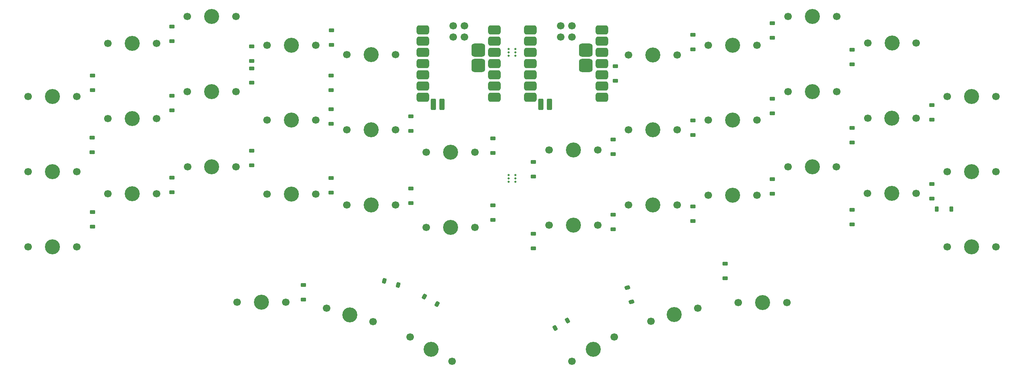
<source format=gbr>
%TF.GenerationSoftware,KiCad,Pcbnew,9.0.6*%
%TF.CreationDate,2026-01-07T23:40:19+05:30*%
%TF.ProjectId,Splitty,53706c69-7474-4792-9e6b-696361645f70,rev?*%
%TF.SameCoordinates,Original*%
%TF.FileFunction,Soldermask,Bot*%
%TF.FilePolarity,Negative*%
%FSLAX46Y46*%
G04 Gerber Fmt 4.6, Leading zero omitted, Abs format (unit mm)*
G04 Created by KiCad (PCBNEW 9.0.6) date 2026-01-07 23:40:19*
%MOMM*%
%LPD*%
G01*
G04 APERTURE LIST*
G04 Aperture macros list*
%AMRoundRect*
0 Rectangle with rounded corners*
0 $1 Rounding radius*
0 $2 $3 $4 $5 $6 $7 $8 $9 X,Y pos of 4 corners*
0 Add a 4 corners polygon primitive as box body*
4,1,4,$2,$3,$4,$5,$6,$7,$8,$9,$2,$3,0*
0 Add four circle primitives for the rounded corners*
1,1,$1+$1,$2,$3*
1,1,$1+$1,$4,$5*
1,1,$1+$1,$6,$7*
1,1,$1+$1,$8,$9*
0 Add four rect primitives between the rounded corners*
20,1,$1+$1,$2,$3,$4,$5,0*
20,1,$1+$1,$4,$5,$6,$7,0*
20,1,$1+$1,$6,$7,$8,$9,0*
20,1,$1+$1,$8,$9,$2,$3,0*%
G04 Aperture macros list end*
%ADD10C,1.700000*%
%ADD11C,3.400000*%
%ADD12RoundRect,0.225000X-0.375000X0.225000X-0.375000X-0.225000X0.375000X-0.225000X0.375000X0.225000X0*%
%ADD13RoundRect,0.225000X-0.422492X0.112920X-0.298455X-0.319648X0.422492X-0.112920X0.298455X0.319648X0*%
%ADD14RoundRect,0.525400X0.900400X0.525400X-0.900400X0.525400X-0.900400X-0.525400X0.900400X-0.525400X0*%
%ADD15RoundRect,0.775400X-0.775400X-0.775400X0.775400X-0.775400X0.775400X0.775400X-0.775400X0.775400X0*%
%ADD16RoundRect,0.300400X-0.300400X1.000400X-0.300400X-1.000400X0.300400X-1.000400X0.300400X1.000400X0*%
%ADD17RoundRect,0.225000X-0.382356X-0.212260X0.007356X-0.437260X0.382356X0.212260X-0.007356X0.437260X0*%
%ADD18C,0.500000*%
%ADD19RoundRect,0.225000X-0.319648X-0.298455X0.112920X-0.422492X0.319648X0.298455X-0.112920X0.422492X0*%
%ADD20RoundRect,0.225000X-0.225000X-0.375000X0.225000X-0.375000X0.225000X0.375000X-0.225000X0.375000X0*%
%ADD21RoundRect,0.225000X0.007356X0.437260X-0.382356X0.212260X-0.007356X-0.437260X0.382356X-0.212260X0*%
G04 APERTURE END LIST*
D10*
%TO.C,SW31*%
X225527520Y-81073362D03*
D11*
X231027520Y-81073362D03*
D10*
X236527520Y-81073362D03*
%TD*%
D12*
%TO.C,D18*%
X140813574Y-85592735D03*
X140813574Y-88892735D03*
%TD*%
%TO.C,D8*%
X222017520Y-65580862D03*
X222017520Y-68880862D03*
%TD*%
D10*
%TO.C,SW2*%
X207507592Y-58020862D03*
D11*
X213007592Y-58020862D03*
D10*
X218507592Y-58020862D03*
%TD*%
%TO.C,SW47*%
X153487520Y-105290862D03*
D11*
X158987520Y-105290862D03*
D10*
X164487520Y-105290862D03*
%TD*%
%TO.C,SW29*%
X218527520Y-75040862D03*
D11*
X213027520Y-75040862D03*
D10*
X207527520Y-75040862D03*
%TD*%
D12*
%TO.C,D29*%
X193277520Y-113960862D03*
X193277520Y-117260862D03*
%TD*%
D10*
%TO.C,SW24*%
X107773574Y-100692735D03*
D11*
X113273574Y-100692735D03*
D10*
X118773574Y-100692735D03*
%TD*%
D12*
%TO.C,D24*%
X222017520Y-83280862D03*
X222017520Y-86580862D03*
%TD*%
D13*
%TO.C,D32*%
X171212719Y-119434780D03*
X172122321Y-122606944D03*
%TD*%
D12*
%TO.C,D31*%
X240027520Y-95990862D03*
X240027520Y-99290862D03*
%TD*%
%TO.C,D15*%
X167987520Y-102890862D03*
X167987520Y-106190862D03*
%TD*%
D10*
%TO.C,SW26*%
X196287520Y-122760862D03*
D11*
X201787520Y-122760862D03*
D10*
X207287520Y-122760862D03*
%TD*%
%TO.C,SW3*%
X71753574Y-58032735D03*
D11*
X77253574Y-58032735D03*
D10*
X82753574Y-58032735D03*
%TD*%
%TO.C,SW15*%
X171497592Y-100720862D03*
D11*
X176997592Y-100720862D03*
D10*
X182497592Y-100720862D03*
%TD*%
D14*
%TO.C,U2*%
X165447520Y-61060862D03*
X165447520Y-63600862D03*
X165447520Y-66140862D03*
X165447520Y-68680862D03*
X165447520Y-71220862D03*
X165447520Y-73760862D03*
X165447520Y-76300862D03*
X149282520Y-76300862D03*
X149282520Y-73760862D03*
X149282520Y-71220862D03*
X149282520Y-68680862D03*
X149282520Y-66140862D03*
X149282520Y-63600862D03*
X149282520Y-61060862D03*
D15*
X161837520Y-69080862D03*
X161837520Y-65680862D03*
D16*
X153582520Y-77917762D03*
X151677520Y-77917762D03*
D10*
X158662520Y-60112362D03*
X156122520Y-60112362D03*
X158662520Y-62652362D03*
X156122520Y-62652362D03*
%TD*%
D12*
%TO.C,D16*%
X185997520Y-101003362D03*
X185997520Y-104303362D03*
%TD*%
%TO.C,D42*%
X104300000Y-61138362D03*
X104300000Y-64438362D03*
%TD*%
%TO.C,D3*%
X86263574Y-64775235D03*
X86263574Y-68075235D03*
%TD*%
%TO.C,D17*%
X68243574Y-94502735D03*
X68243574Y-97802735D03*
%TD*%
D10*
%TO.C,SW48*%
X153502520Y-88290862D03*
D11*
X159002520Y-88290862D03*
D10*
X164502520Y-88290862D03*
%TD*%
%TO.C,SW11*%
X71763574Y-75042735D03*
D11*
X77263574Y-75042735D03*
D10*
X82763574Y-75042735D03*
%TD*%
%TO.C,SW19*%
X125773574Y-88789435D03*
D11*
X131273574Y-88789435D03*
D10*
X136773574Y-88789435D03*
%TD*%
%TO.C,SW25*%
X189507520Y-81520862D03*
D11*
X195007520Y-81520862D03*
D10*
X200507520Y-81520862D03*
%TD*%
D12*
%TO.C,D10*%
X122263574Y-80672735D03*
X122263574Y-83972735D03*
%TD*%
D10*
%TO.C,SW14*%
X225517592Y-98100862D03*
D11*
X231017592Y-98100862D03*
D10*
X236517592Y-98100862D03*
%TD*%
%TO.C,SW4*%
X171507520Y-66710862D03*
D11*
X177007520Y-66710862D03*
D10*
X182507520Y-66710862D03*
%TD*%
%TO.C,SW5*%
X89773574Y-81522735D03*
D11*
X95273574Y-81522735D03*
D10*
X100773574Y-81522735D03*
%TD*%
%TO.C,SW12*%
X89783574Y-98222735D03*
D11*
X95283574Y-98222735D03*
D10*
X100783574Y-98222735D03*
%TD*%
%TO.C,SW44*%
X35758574Y-76162735D03*
D11*
X41258574Y-76162735D03*
D10*
X46758574Y-76162735D03*
%TD*%
D12*
%TO.C,D9*%
X50263574Y-85442735D03*
X50263574Y-88742735D03*
%TD*%
D10*
%TO.C,SW23*%
X122077294Y-130602735D03*
D11*
X126840434Y-133352735D03*
D10*
X131603574Y-136102735D03*
%TD*%
%TO.C,SW41*%
X89773574Y-64522735D03*
D11*
X95273574Y-64522735D03*
D10*
X100773574Y-64522735D03*
%TD*%
%TO.C,SW8*%
X225532520Y-64070862D03*
D11*
X231032520Y-64070862D03*
D10*
X236532520Y-64070862D03*
%TD*%
D12*
%TO.C,D47*%
X149957520Y-107260862D03*
X149957520Y-110560862D03*
%TD*%
%TO.C,D12*%
X104263574Y-94565235D03*
X104263574Y-97865235D03*
%TD*%
%TO.C,D28*%
X122243574Y-96982735D03*
X122243574Y-100282735D03*
%TD*%
%TO.C,D11*%
X86273574Y-69755235D03*
X86273574Y-73055235D03*
%TD*%
%TO.C,D7*%
X240017520Y-78070862D03*
X240017520Y-81370862D03*
%TD*%
D17*
%TO.C,D20*%
X125334632Y-121467735D03*
X128192516Y-123117735D03*
%TD*%
D12*
%TO.C,D46*%
X186007520Y-62193362D03*
X186007520Y-65493362D03*
%TD*%
D10*
%TO.C,SW42*%
X107773574Y-66702735D03*
D11*
X113273574Y-66702735D03*
D10*
X118773574Y-66702735D03*
%TD*%
D18*
%TO.C,H2*%
X144408000Y-95410325D03*
X145908000Y-95410325D03*
X144408000Y-94660325D03*
X145908000Y-94660325D03*
X144408000Y-93910325D03*
X145908000Y-93910325D03*
%TD*%
D10*
%TO.C,SW46*%
X189507592Y-64520862D03*
D11*
X195007592Y-64520862D03*
D10*
X200507592Y-64520862D03*
%TD*%
%TO.C,SW20*%
X125773574Y-105779435D03*
D11*
X131273574Y-105779435D03*
D10*
X136773574Y-105779435D03*
%TD*%
%TO.C,SW30*%
X243537520Y-93140862D03*
D11*
X249037520Y-93140862D03*
D10*
X254537520Y-93140862D03*
%TD*%
%TO.C,SW49*%
X158709253Y-136103267D03*
D11*
X163472393Y-133353267D03*
D10*
X168235533Y-130603267D03*
%TD*%
%TO.C,SW1*%
X71773574Y-92052735D03*
D11*
X77273574Y-92052735D03*
D10*
X82773574Y-92052735D03*
%TD*%
%TO.C,SW16*%
X189507592Y-98513362D03*
D11*
X195007592Y-98513362D03*
D10*
X200507592Y-98513362D03*
%TD*%
D12*
%TO.C,D2*%
X204007520Y-59583362D03*
X204007520Y-62883362D03*
%TD*%
D19*
%TO.C,D27*%
X116247492Y-117887933D03*
X119419656Y-118797537D03*
%TD*%
D20*
%TO.C,D30*%
X241107520Y-101640862D03*
X244407520Y-101640862D03*
%TD*%
D12*
%TO.C,D25*%
X98013574Y-118825235D03*
X98013574Y-122125235D03*
%TD*%
%TO.C,D44*%
X50283574Y-71422735D03*
X50283574Y-74722735D03*
%TD*%
%TO.C,D5*%
X104263574Y-78992735D03*
X104263574Y-82292735D03*
%TD*%
%TO.C,D13*%
X204007448Y-94853362D03*
X204007448Y-98153362D03*
%TD*%
D10*
%TO.C,SW22*%
X103189696Y-124050725D03*
D11*
X108476635Y-125566730D03*
D10*
X113763574Y-127082735D03*
%TD*%
%TO.C,SW13*%
X207497520Y-92030862D03*
D11*
X212997520Y-92030862D03*
D10*
X218497520Y-92030862D03*
%TD*%
%TO.C,SW7*%
X243522520Y-76138362D03*
D11*
X249022520Y-76138362D03*
D10*
X254522520Y-76138362D03*
%TD*%
%TO.C,SW21*%
X53773574Y-81122735D03*
D11*
X59273574Y-81122735D03*
D10*
X64773574Y-81122735D03*
%TD*%
%TO.C,SW27*%
X171500660Y-83720862D03*
D11*
X177000660Y-83720862D03*
D10*
X182500660Y-83720862D03*
%TD*%
%TO.C,SW10*%
X107773574Y-83692735D03*
D11*
X113273574Y-83692735D03*
D10*
X118773574Y-83692735D03*
%TD*%
D12*
%TO.C,D4*%
X168540000Y-69250862D03*
X168540000Y-72550862D03*
%TD*%
%TO.C,D22*%
X168007520Y-85850862D03*
X168007520Y-89150862D03*
%TD*%
%TO.C,D43*%
X68243574Y-60282735D03*
X68243574Y-63582735D03*
%TD*%
%TO.C,D6*%
X50273574Y-102282735D03*
X50273574Y-105582735D03*
%TD*%
%TO.C,D26*%
X140813574Y-100822735D03*
X140813574Y-104122735D03*
%TD*%
D10*
%TO.C,SW17*%
X53773574Y-98122735D03*
D11*
X59273574Y-98122735D03*
D10*
X64773574Y-98122735D03*
%TD*%
D12*
%TO.C,D19*%
X68243574Y-75992735D03*
X68243574Y-79292735D03*
%TD*%
%TO.C,D14*%
X222037520Y-101830862D03*
X222037520Y-105130862D03*
%TD*%
%TO.C,D48*%
X149982520Y-90970862D03*
X149982520Y-94270862D03*
%TD*%
%TO.C,D21*%
X186017520Y-81590862D03*
X186017520Y-84890862D03*
%TD*%
D14*
%TO.C,U1*%
X141138074Y-61061235D03*
X141138074Y-63601235D03*
X141138074Y-66141235D03*
X141138074Y-68681235D03*
X141138074Y-71221235D03*
X141138074Y-73761235D03*
X141138074Y-76301235D03*
X124973074Y-76301235D03*
X124973074Y-73761235D03*
X124973074Y-71221235D03*
X124973074Y-68681235D03*
X124973074Y-66141235D03*
X124973074Y-63601235D03*
X124973074Y-61061235D03*
D15*
X137528074Y-69081235D03*
X137528074Y-65681235D03*
D16*
X129273074Y-77918135D03*
X127368074Y-77918135D03*
D10*
X134353074Y-60112735D03*
X131813074Y-60112735D03*
X134353074Y-62652735D03*
X131813074Y-62652735D03*
%TD*%
D12*
%TO.C,D41*%
X104263574Y-71415235D03*
X104263574Y-74715235D03*
%TD*%
D18*
%TO.C,H4*%
X144368000Y-66908625D03*
X145868000Y-66908625D03*
X144368000Y-66158625D03*
X145868000Y-66158625D03*
X144368000Y-65408625D03*
X145868000Y-65408625D03*
%TD*%
D10*
%TO.C,SW6*%
X35773574Y-110152735D03*
D11*
X41273574Y-110152735D03*
D10*
X46773574Y-110152735D03*
%TD*%
%TO.C,SW9*%
X35768574Y-93152735D03*
D11*
X41268574Y-93152735D03*
D10*
X46768574Y-93152735D03*
%TD*%
%TO.C,SW32*%
X176543640Y-127062874D03*
D11*
X181830580Y-125546868D03*
D10*
X187117520Y-124030862D03*
%TD*%
%TO.C,SW28*%
X243517520Y-110150862D03*
D11*
X249017520Y-110150862D03*
D10*
X254517520Y-110150862D03*
%TD*%
%TO.C,SW43*%
X53753574Y-64112735D03*
D11*
X59253574Y-64112735D03*
D10*
X64753574Y-64112735D03*
%TD*%
D12*
%TO.C,D23*%
X204017520Y-76670862D03*
X204017520Y-79970862D03*
%TD*%
D21*
%TO.C,D49*%
X157697520Y-126870862D03*
X154839636Y-128520862D03*
%TD*%
D10*
%TO.C,SW18*%
X82998574Y-122752735D03*
D11*
X88498574Y-122752735D03*
D10*
X93998574Y-122752735D03*
%TD*%
D12*
%TO.C,D1*%
X86293574Y-88395235D03*
X86293574Y-91695235D03*
%TD*%
M02*

</source>
